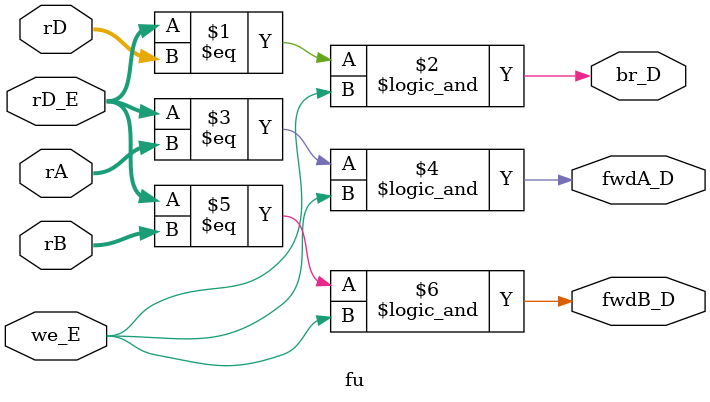
<source format=v>
module fu(
	input [4:0] rD_E,
	input [4:0] rA,
	input [4:0] rB,
	input [4:0] rD,
	input we_E,
	output fwdA_D,
	output fwdB_D,
	output br_D
	);

	assign br_D = (rD_E == rD && we_E);
	assign fwdA_D = (rD_E == rA && we_E); // fwd a if ra = ex's rd and ex's rd is valid
	assign fwdB_D = (rD_E == rB && we_E); // fwd b if rb is ex's rd and ex's rd is valid

endmodule

</source>
